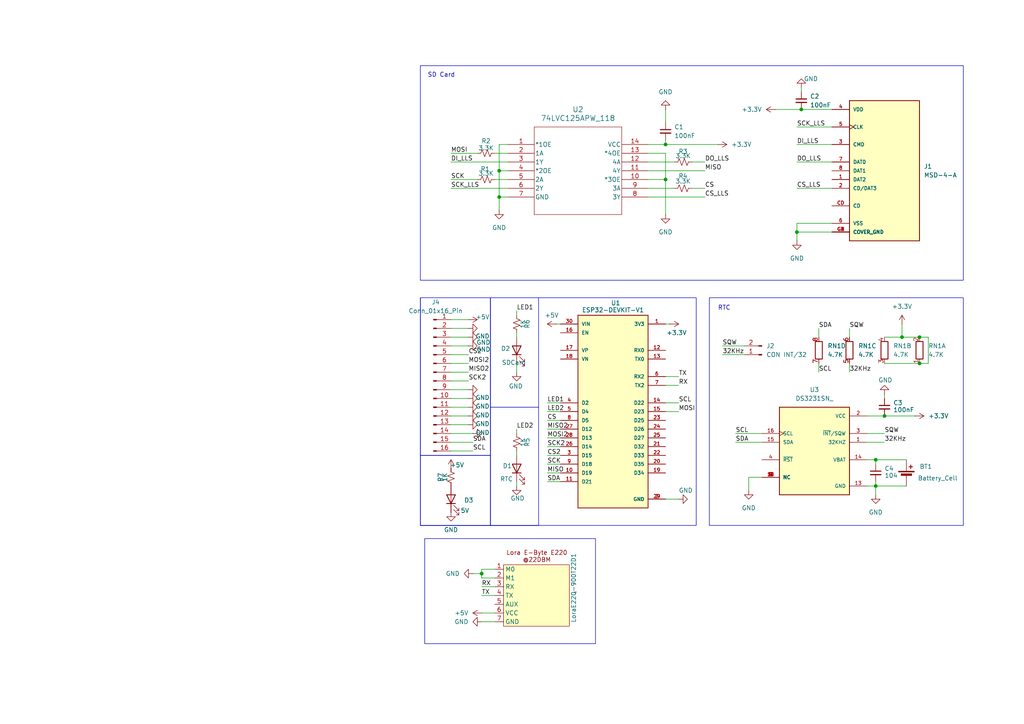
<source format=kicad_sch>
(kicad_sch (version 20250114) (generator "eeschema") (generator_version "9.0")
  (paper "A4")
  (lib_symbols
    (symbol "74LVC125APW,118:74LVC125APW_118" (pin_names (offset 0.254))
      (property "Reference" "U" (at 20.32 10.16 0))
      (property "Value" "74LVC125APW_118" (at 20.32 7.62 0))
      (symbol "74LVC125APW_118_0_1"
        (polyline (pts (xy 7.62 5.08) (xy 7.62 -20.32)) (stroke (width 0.127)))
        (polyline (pts (xy 7.62 -20.32) (xy 33.02 -20.32)) (stroke (width 0.127)))
        (polyline (pts (xy 33.02 5.08) (xy 7.62 5.08)) (stroke (width 0.127)))
        (polyline (pts (xy 33.02 -20.32) (xy 33.02 5.08)) (stroke (width 0.127)))
        (pin input line (at 0 0 0) (length 7.62) (name "*1OE") (number "1"))
        (pin input line (at 0 -2.54 0) (length 7.62) (name "1A") (number "2"))
        (pin output line (at 0 -5.08 0) (length 7.62) (name "1Y") (number "3"))
        (pin input line (at 0 -7.62 0) (length 7.62) (name "*2OE") (number "4"))
        (pin input line (at 0 -10.16 0) (length 7.62) (name "2A") (number "5"))
        (pin output line (at 0 -12.7 0) (length 7.62) (name "2Y") (number "6"))
        (pin power_out line (at 0 -15.24 0) (length 7.62) (name "GND") (number "7"))
        (pin power_in line (at 40.64 0 180) (length 7.62) (name "VCC") (number "14"))
        (pin input line (at 40.64 -2.54 180) (length 7.62) (name "*4OE") (number "13"))
        (pin input line (at 40.64 -5.08 180) (length 7.62) (name "4A") (number "12"))
        (pin output line (at 40.64 -7.62 180) (length 7.62) (name "4Y") (number "11"))
        (pin input line (at 40.64 -10.16 180) (length 7.62) (name "*3OE") (number "10"))
        (pin input line (at 40.64 -12.7 180) (length 7.62) (name "3A") (number "9"))
        (pin output line (at 40.64 -15.24 180) (length 7.62) (name "3Y") (number "8"))
      )
    )
    (symbol "Connector:Conn_01x02_Pin" (pin_names (offset 1.016) (hide yes))
      (property "Reference" "J" (at 0 2.54 0))
      (property "Value" "Conn_01x02_Pin" (at 0 -5.08 0))
      (symbol "Conn_01x02_Pin_1_1"
        (rectangle (start 0.8636 0.127) (end 0 -0.127) (stroke (width 0.1524)) (fill (type outline)))
        (rectangle (start 0.8636 -2.413) (end 0 -2.667) (stroke (width 0.1524)) (fill (type outline)))
        (polyline (pts (xy 1.27 0) (xy 0.8636 0)) (stroke (width 0.1524)))
        (polyline (pts (xy 1.27 -2.54) (xy 0.8636 -2.54)) (stroke (width 0.1524)))
        (pin passive line (at 5.08 0 180) (length 3.81) (name "Pin_1") (number "1"))
        (pin passive line (at 5.08 -2.54 180) (length 3.81) (name "Pin_2") (number "2"))
      )
    )
    (symbol "Connector:Conn_01x16_Pin" (pin_names (offset 1.016) (hide yes))
      (property "Reference" "J" (at 0 20.32 0))
      (property "Value" "Conn_01x16_Pin" (at 0 -22.86 0))
      (symbol "Conn_01x16_Pin_1_1"
        (rectangle (start 0.8636 17.907) (end 0 17.653) (stroke (width 0.1524)) (fill (type outline)))
        (rectangle (start 0.8636 15.367) (end 0 15.113) (stroke (width 0.1524)) (fill (type outline)))
        (rectangle (start 0.8636 12.827) (end 0 12.573) (stroke (width 0.1524)) (fill (type outline)))
        (rectangle (start 0.8636 10.287) (end 0 10.033) (stroke (width 0.1524)) (fill (type outline)))
        (rectangle (start 0.8636 7.747) (end 0 7.493) (stroke (width 0.1524)) (fill (type outline)))
        (rectangle (start 0.8636 5.207) (end 0 4.953) (stroke (width 0.1524)) (fill (type outline)))
        (rectangle (start 0.8636 2.667) (end 0 2.413) (stroke (width 0.1524)) (fill (type outline)))
        (rectangle (start 0.8636 0.127) (end 0 -0.127) (stroke (width 0.1524)) (fill (type outline)))
        (rectangle (start 0.8636 -2.413) (end 0 -2.667) (stroke (width 0.1524)) (fill (type outline)))
        (rectangle (start 0.8636 -4.953) (end 0 -5.207) (stroke (width 0.1524)) (fill (type outline)))
        (rectangle (start 0.8636 -7.493) (end 0 -7.747) (stroke (width 0.1524)) (fill (type outline)))
        (rectangle (start 0.8636 -10.033) (end 0 -10.287) (stroke (width 0.1524)) (fill (type outline)))
        (rectangle (start 0.8636 -12.573) (end 0 -12.827) (stroke (width 0.1524)) (fill (type outline)))
        (rectangle (start 0.8636 -15.113) (end 0 -15.367) (stroke (width 0.1524)) (fill (type outline)))
        (rectangle (start 0.8636 -17.653) (end 0 -17.907) (stroke (width 0.1524)) (fill (type outline)))
        (rectangle (start 0.8636 -20.193) (end 0 -20.447) (stroke (width 0.1524)) (fill (type outline)))
        (polyline (pts (xy 1.27 17.78) (xy 0.8636 17.78)) (stroke (width 0.1524)))
        (polyline (pts (xy 1.27 15.24) (xy 0.8636 15.24)) (stroke (width 0.1524)))
        (polyline (pts (xy 1.27 12.7) (xy 0.8636 12.7)) (stroke (width 0.1524)))
        (polyline (pts (xy 1.27 10.16) (xy 0.8636 10.16)) (stroke (width 0.1524)))
        (polyline (pts (xy 1.27 7.62) (xy 0.8636 7.62)) (stroke (width 0.1524)))
        (polyline (pts (xy 1.27 5.08) (xy 0.8636 5.08)) (stroke (width 0.1524)))
        (polyline (pts (xy 1.27 2.54) (xy 0.8636 2.54)) (stroke (width 0.1524)))
        (polyline (pts (xy 1.27 0) (xy 0.8636 0)) (stroke (width 0.1524)))
        (polyline (pts (xy 1.27 -2.54) (xy 0.8636 -2.54)) (stroke (width 0.1524)))
        (polyline (pts (xy 1.27 -5.08) (xy 0.8636 -5.08)) (stroke (width 0.1524)))
        (polyline (pts (xy 1.27 -7.62) (xy 0.8636 -7.62)) (stroke (width 0.1524)))
        (polyline (pts (xy 1.27 -10.16) (xy 0.8636 -10.16)) (stroke (width 0.1524)))
        (polyline (pts (xy 1.27 -12.7) (xy 0.8636 -12.7)) (stroke (width 0.1524)))
        (polyline (pts (xy 1.27 -15.24) (xy 0.8636 -15.24)) (stroke (width 0.1524)))
        (polyline (pts (xy 1.27 -17.78) (xy 0.8636 -17.78)) (stroke (width 0.1524)))
        (polyline (pts (xy 1.27 -20.32) (xy 0.8636 -20.32)) (stroke (width 0.1524)))
        (pin passive line (at 5.08 17.78 180) (length 3.81) (name "Pin_1") (number "1"))
        (pin passive line (at 5.08 15.24 180) (length 3.81) (name "Pin_2") (number "2"))
        (pin passive line (at 5.08 12.7 180) (length 3.81) (name "Pin_3") (number "3"))
        (pin passive line (at 5.08 10.16 180) (length 3.81) (name "Pin_4") (number "4"))
        (pin passive line (at 5.08 7.62 180) (length 3.81) (name "Pin_5") (number "5"))
        (pin passive line (at 5.08 5.08 180) (length 3.81) (name "Pin_6") (number "6"))
        (pin passive line (at 5.08 2.54 180) (length 3.81) (name "Pin_7") (number "7"))
        (pin passive line (at 5.08 0 180) (length 3.81) (name "Pin_8") (number "8"))
        (pin passive line (at 5.08 -2.54 180) (length 3.81) (name "Pin_9") (number "9"))
        (pin passive line (at 5.08 -5.08 180) (length 3.81) (name "Pin_10") (number "10"))
        (pin passive line (at 5.08 -7.62 180) (length 3.81) (name "Pin_11") (number "11"))
        (pin passive line (at 5.08 -10.16 180) (length 3.81) (name "Pin_12") (number "12"))
        (pin passive line (at 5.08 -12.7 180) (length 3.81) (name "Pin_13") (number "13"))
        (pin passive line (at 5.08 -15.24 180) (length 3.81) (name "Pin_14") (number "14"))
        (pin passive line (at 5.08 -17.78 180) (length 3.81) (name "Pin_15") (number "15"))
        (pin passive line (at 5.08 -20.32 180) (length 3.81) (name "Pin_16") (number "16"))
      )
    )
    (symbol "DS3231SN_:DS3231SN_" (pin_names (offset 1.016))
      (property "Reference" "U" (at -9.9423 13.7569 0))
      (property "Value" "DS3231SN_" (at -10.1746 -15.2582 0))
      (symbol "DS3231SN__0_0"
        (rectangle (start -10.16 -12.7) (end 10.16 12.7) (stroke (width 0.254)) (fill (type background)))
        (pin input clock (at -15.24 5.08 0) (length 5.08) (name "SCL") (number "16"))
        (pin bidirectional line (at -15.24 2.54 0) (length 5.08) (name "SDA") (number "15"))
        (pin bidirectional line (at -15.24 -2.54 0) (length 5.08) (name "~{RST}") (number "4"))
        (pin passive line (at -15.24 -7.62 0) (length 5.08) (name "NC") (number "10"))
        (pin passive line (at -15.24 -7.62 0) (length 5.08) (name "NC") (number "11"))
        (pin passive line (at -15.24 -7.62 0) (length 5.08) (name "NC") (number "12"))
        (pin passive line (at -15.24 -7.62 0) (length 5.08) (name "NC") (number "5"))
        (pin passive line (at -15.24 -7.62 0) (length 5.08) (name "NC") (number "6"))
        (pin passive line (at -15.24 -7.62 0) (length 5.08) (name "NC") (number "7"))
        (pin passive line (at -15.24 -7.62 0) (length 5.08) (name "NC") (number "8"))
        (pin passive line (at -15.24 -7.62 0) (length 5.08) (name "NC") (number "9"))
        (pin power_in line (at 15.24 10.16 180) (length 5.08) (name "VCC") (number "2"))
        (pin output line (at 15.24 5.08 180) (length 5.08) (name "~{INT}/SQW") (number "3"))
        (pin output line (at 15.24 2.54 180) (length 5.08) (name "32KHZ") (number "1"))
        (pin input line (at 15.24 -2.54 180) (length 5.08) (name "VBAT") (number "14"))
        (pin power_in line (at 15.24 -10.16 180) (length 5.08) (name "GND") (number "13"))
      )
    )
    (symbol "Device:Battery_Cell" (pin_numbers (hide yes)) (pin_names (offset 0) (hide yes))
      (property "Reference" "BT" (at 2.54 2.54 0))
      (property "Value" "Battery_Cell" (at 2.54 0 0))
      (symbol "Battery_Cell_0_1"
        (rectangle (start -2.286 1.778) (end 2.286 1.524) (fill (type outline)))
        (rectangle (start -1.524 1.016) (end 1.524 0.508) (fill (type outline)))
        (polyline (pts (xy 0 1.778) (xy 0 2.54)))
        (polyline (pts (xy 0 0.762) (xy 0 0)))
        (polyline (pts (xy 0.762 3.048) (xy 1.778 3.048)) (stroke (width 0.254)))
        (polyline (pts (xy 1.27 3.556) (xy 1.27 2.54)) (stroke (width 0.254)))
      )
      (symbol "Battery_Cell_1_1"
        (pin passive line (at 0 5.08 270) (length 2.54) (name "+") (number "1"))
        (pin passive line (at 0 -2.54 90) (length 2.54) (name "-") (number "2"))
      )
    )
    (symbol "Device:C_Small" (pin_numbers (hide yes)) (pin_names (offset 0.254) (hide yes))
      (property "Reference" "C" (at 0.254 1.778 0))
      (property "Value" "C_Small" (at 0.254 -2.032 0))
      (symbol "C_Small_0_1"
        (polyline (pts (xy -1.524 0.508) (xy 1.524 0.508)) (stroke (width 0.3048)))
        (polyline (pts (xy -1.524 -0.508) (xy 1.524 -0.508)) (stroke (width 0.3302)))
      )
      (symbol "C_Small_1_1"
        (pin passive line (at 0 2.54 270) (length 2.032) (name "~") (number "1"))
        (pin passive line (at 0 -2.54 90) (length 2.032) (name "~") (number "2"))
      )
    )
    (symbol "Device:LED" (pin_numbers (hide yes)) (pin_names (offset 1.016) (hide yes))
      (property "Reference" "D" (at 0 2.54 0))
      (property "Value" "LED" (at 0 -2.54 0))
      (symbol "LED_0_1"
        (polyline (pts (xy -3.048 -0.762) (xy -4.572 -2.286) (xy -3.81 -2.286) (xy -4.572 -2.286) (xy -4.572 -1.524)))
        (polyline (pts (xy -1.778 -0.762) (xy -3.302 -2.286) (xy -2.54 -2.286) (xy -3.302 -2.286) (xy -3.302 -1.524)))
        (polyline (pts (xy -1.27 0) (xy 1.27 0)))
        (polyline (pts (xy -1.27 -1.27) (xy -1.27 1.27)) (stroke (width 0.254)))
        (polyline (pts (xy 1.27 -1.27) (xy 1.27 1.27) (xy -1.27 0) (xy 1.27 -1.27)) (stroke (width 0.254)))
      )
      (symbol "LED_1_1"
        (pin passive line (at -3.81 0 0) (length 2.54) (name "K") (number "1"))
        (pin passive line (at 3.81 0 180) (length 2.54) (name "A") (number "2"))
      )
    )
    (symbol "Device:R_Pack04_SIP_Split" (pin_names (offset 0) (hide yes))
      (property "Reference" "RN" (at 2.032 0 90))
      (property "Value" "R_Pack04_SIP_Split" (at 0 0 90))
      (symbol "R_Pack04_SIP_Split_0_1"
        (rectangle (start 1.016 2.54) (end -1.016 -2.54) (stroke (width 0.254)))
      )
      (symbol "R_Pack04_SIP_Split_1_1"
        (pin passive line (at 0 3.81 270) (length 1.27) (name "R1.2") (number "2"))
        (pin passive line (at 0 -3.81 90) (length 1.27) (name "R1.1") (number "1"))
      )
      (symbol "R_Pack04_SIP_Split_2_1"
        (pin passive line (at 0 3.81 270) (length 1.27) (name "R2.2") (number "4"))
        (pin passive line (at 0 -3.81 90) (length 1.27) (name "R2.1") (number "3"))
      )
      (symbol "R_Pack04_SIP_Split_3_1"
        (pin passive line (at 0 3.81 270) (length 1.27) (name "R3.2") (number "6"))
        (pin passive line (at 0 -3.81 90) (length 1.27) (name "R3.1") (number "5"))
      )
      (symbol "R_Pack04_SIP_Split_4_1"
        (pin passive line (at 0 3.81 270) (length 1.27) (name "R4.2") (number "8"))
        (pin passive line (at 0 -3.81 90) (length 1.27) (name "R4.1") (number "7"))
      )
    )
    (symbol "Device:R_Small_US" (pin_numbers (hide yes)) (pin_names (offset 0.254) (hide yes))
      (property "Reference" "R" (at 0.762 0.508 0))
      (property "Value" "R_Small_US" (at 0.762 -1.016 0))
      (symbol "R_Small_US_1_1"
        (polyline (pts (xy 0 1.524) (xy 1.016 1.143) (xy 0 0.762) (xy -1.016 0.381) (xy 0 0)))
        (polyline (pts (xy 0 0) (xy 1.016 -0.381) (xy 0 -0.762) (xy -1.016 -1.143) (xy 0 -1.524)))
        (pin passive line (at 0 2.54 270) (length 1.016) (name "~") (number "1"))
        (pin passive line (at 0 -2.54 90) (length 1.016) (name "~") (number "2"))
      )
    )
    (symbol "ESP32-DEVKIT-V1:ESP32-DEVKIT-V1" (pin_names (offset 1.016))
      (property "Reference" "U" (at -10.16 30.48 0))
      (property "Value" "ESP32-DEVKIT-V1" (at -10.16 -30.48 0))
      (symbol "ESP32-DEVKIT-V1_0_0"
        (rectangle (start -10.16 -27.94) (end 10.16 27.94) (stroke (width 0.254)) (fill (type background)))
        (pin input line (at -15.24 25.4 0) (length 5.08) (name "VIN") (number "30"))
        (pin input line (at -15.24 22.86 0) (length 5.08) (name "EN") (number "16"))
        (pin bidirectional line (at -15.24 17.78 0) (length 5.08) (name "VP") (number "17"))
        (pin bidirectional line (at -15.24 15.24 0) (length 5.08) (name "VN") (number "18"))
        (pin bidirectional line (at -15.24 2.54 0) (length 5.08) (name "D2") (number "4"))
        (pin bidirectional line (at -15.24 0 0) (length 5.08) (name "D4") (number "5"))
        (pin bidirectional line (at -15.24 -2.54 0) (length 5.08) (name "D5") (number "8"))
        (pin bidirectional line (at -15.24 -5.08 0) (length 5.08) (name "D12") (number "27"))
        (pin bidirectional line (at -15.24 -7.62 0) (length 5.08) (name "D13") (number "28"))
        (pin bidirectional line (at -15.24 -10.16 0) (length 5.08) (name "D14") (number "26"))
        (pin bidirectional line (at -15.24 -12.7 0) (length 5.08) (name "D15") (number "3"))
        (pin bidirectional line (at -15.24 -15.24 0) (length 5.08) (name "D18") (number "9"))
        (pin bidirectional line (at -15.24 -17.78 0) (length 5.08) (name "D19") (number "10"))
        (pin bidirectional line (at -15.24 -20.32 0) (length 5.08) (name "D21") (number "11"))
        (pin output line (at 15.24 25.4 180) (length 5.08) (name "3V3") (number "1"))
        (pin input line (at 15.24 17.78 180) (length 5.08) (name "RX0") (number "12"))
        (pin output line (at 15.24 15.24 180) (length 5.08) (name "TX0") (number "13"))
        (pin input line (at 15.24 10.16 180) (length 5.08) (name "RX2") (number "6"))
        (pin output line (at 15.24 7.62 180) (length 5.08) (name "TX2") (number "7"))
        (pin bidirectional line (at 15.24 2.54 180) (length 5.08) (name "D22") (number "14"))
        (pin bidirectional line (at 15.24 0 180) (length 5.08) (name "D23") (number "15"))
        (pin bidirectional line (at 15.24 -2.54 180) (length 5.08) (name "D25") (number "23"))
        (pin bidirectional line (at 15.24 -5.08 180) (length 5.08) (name "D26") (number "24"))
        (pin bidirectional line (at 15.24 -7.62 180) (length 5.08) (name "D27") (number "25"))
        (pin bidirectional line (at 15.24 -10.16 180) (length 5.08) (name "D32") (number "21"))
        (pin bidirectional line (at 15.24 -12.7 180) (length 5.08) (name "D33") (number "22"))
        (pin bidirectional line (at 15.24 -15.24 180) (length 5.08) (name "D35") (number "20"))
        (pin bidirectional line (at 15.24 -17.78 180) (length 5.08) (name "D34") (number "19"))
        (pin power_in line (at 15.24 -25.4 180) (length 5.08) (name "GND") (number "2"))
        (pin power_in line (at 15.24 -25.4 180) (length 5.08) (name "GND") (number "29"))
      )
    )
    (symbol "Lora:Lora_E220"
      (property "Reference" "LoraE220-900T22D" (at 0.762 -7.874 0))
      (symbol "Lora_E220_1_1"
        (rectangle (start -8.89 11.43) (end 10.16 -6.35) (fill (type background)))
        (text "Lora E-Byte E220\n@22DBM" (at 0.762 13.97 0) (effects (font (size 1.27 1.27))))
        (pin input line (at -11.43 10.16 0) (length 2.54) (name "M0") (number "1"))
        (pin input line (at -11.43 7.62 0) (length 2.54) (name "M1") (number "2"))
        (pin output line (at -11.43 5.08 0) (length 2.54) (name "RX") (number "3"))
        (pin input line (at -11.43 2.54 0) (length 2.54) (name "TX") (number "4"))
        (pin input line (at -11.43 0 0) (length 2.54) (name "AUX") (number "5"))
        (pin power_in line (at -11.43 -2.54 0) (length 2.54) (name "VCC") (number "6"))
        (pin power_in line (at -11.43 -5.08 0) (length 2.54) (name "GND") (number "7"))
      )
    )
    (symbol "Micro SD Card Socket:MSD-4-A" (pin_names (offset 1.016))
      (property "Reference" "J" (at -10.16 21.082 0))
      (property "Value" "MSD-4-A" (at -10.16 -22.86 0))
      (symbol "MSD-4-A_0_0"
        (rectangle (start -10.16 -20.32) (end 10.16 20.32) (stroke (width 0.254)) (fill (type background)))
        (pin power_in line (at -15.24 17.78 0) (length 5.08) (name "VDD") (number "4"))
        (pin input clock (at -15.24 12.7 0) (length 5.08) (name "CLK") (number "5"))
        (pin bidirectional line (at -15.24 7.62 0) (length 5.08) (name "CMD") (number "3"))
        (pin bidirectional line (at -15.24 2.54 0) (length 5.08) (name "DAT0") (number "7"))
        (pin bidirectional line (at -15.24 0 0) (length 5.08) (name "DAT1") (number "8"))
        (pin bidirectional line (at -15.24 -2.54 0) (length 5.08) (name "DAT2") (number "1"))
        (pin bidirectional line (at -15.24 -5.08 0) (length 5.08) (name "CD/DAT3") (number "2"))
        (pin passive line (at -15.24 -10.16 0) (length 5.08) (name "CD") (number "CD"))
        (pin power_in line (at -15.24 -15.24 0) (length 5.08) (name "VSS") (number "6"))
        (pin power_in line (at -15.24 -17.78 0) (length 5.08) (name "COVER_GND") (number "G1"))
        (pin power_in line (at -15.24 -17.78 0) (length 5.08) (name "COVER_GND") (number "G2"))
        (pin power_in line (at -15.24 -17.78 0) (length 5.08) (name "COVER_GND") (number "G3"))
        (pin power_in line (at -15.24 -17.78 0) (length 5.08) (name "COVER_GND") (number "G4"))
      )
    )
    (symbol "power:+3.3V" (power) (pin_numbers (hide yes)) (pin_names (offset 0) (hide yes))
      (property "Value" "+3.3V" (at 0 3.556 0))
      (symbol "+3.3V_0_1"
        (polyline (pts (xy -0.762 1.27) (xy 0 2.54)))
        (polyline (pts (xy 0 2.54) (xy 0.762 1.27)))
        (polyline (pts (xy 0 0) (xy 0 2.54)))
      )
      (symbol "+3.3V_1_1"
        (pin power_in line (at 0 0 90) (length 0) (name "~") (number "1"))
      )
    )
    (symbol "power:+5V" (power) (pin_numbers (hide yes)) (pin_names (offset 0) (hide yes))
      (property "Value" "+5V" (at 0 3.556 0))
      (symbol "+5V_0_1"
        (polyline (pts (xy -0.762 1.27) (xy 0 2.54)))
        (polyline (pts (xy 0 2.54) (xy 0.762 1.27)))
        (polyline (pts (xy 0 0) (xy 0 2.54)))
      )
      (symbol "+5V_1_1"
        (pin power_in line (at 0 0 90) (length 0) (name "~") (number "1"))
      )
    )
    (symbol "power:GND" (power) (pin_numbers (hide yes)) (pin_names (offset 0) (hide yes))
      (property "Value" "GND" (at 0 -3.81 0))
      (symbol "GND_0_1"
        (polyline (pts (xy 0 0) (xy 0 -1.27) (xy 1.27 -1.27) (xy 0 -2.54) (xy -1.27 -1.27) (xy 0 -1.27)))
      )
      (symbol "GND_1_1"
        (pin power_in line (at 0 0 270) (length 0) (name "~") (number "1"))
      )
    )
  )
  (rectangle (start 142.24 118.11) (end 156.21 152.4))
  (rectangle (start 121.92 132.08) (end 142.24 152.4))
  (rectangle (start 123.19 156.21) (end 172.72 186.69))
  (rectangle (start 205.74 86.36) (end 279.4 152.4))
  (rectangle (start 121.92 86.36) (end 142.24 132.08))
  (rectangle (start 121.92 19.05) (end 279.4 81.28))
  (rectangle (start 142.24 86.36) (end 156.21 118.11))
  (rectangle (start 121.92 86.36) (end 201.93 152.4))
  (text "RTC" (at 210.058 89.408 0) (effects (font (size 1.27 1.27))))
  (text "SD Card" (at 128.016 21.844 0) (effects (font (size 1.27 1.27))))
  (junction (at 254 133.35))
  (junction (at 144.78 57.15))
  (junction (at 266.7 97.79))
  (junction (at 231.14 67.31))
  (junction (at 254 140.97))
  (junction (at 232.41 31.75))
  (junction (at 261.62 97.79))
  (junction (at 193.04 41.91))
  (junction (at 139.7 166.37))
  (junction (at 144.78 49.53))
  (junction (at 266.7 105.41))
  (junction (at 193.04 52.07))
  (junction (at 256.54 120.65))
  (wire (pts (xy 251.46 120.65) (xy 256.54 120.65)))
  (wire (pts (xy 137.16 166.37) (xy 139.7 166.37)))
  (wire (pts (xy 158.75 121.92) (xy 162.56 121.92)))
  (wire (pts (xy 158.75 124.46) (xy 162.56 124.46)))
  (wire (pts (xy 130.81 110.49) (xy 135.89 110.49)))
  (wire (pts (xy 254 140.97) (xy 262.89 140.97)))
  (wire (pts (xy 130.81 125.73) (xy 137.16 125.73)))
  (wire (pts (xy 139.7 177.8) (xy 143.51 177.8)))
  (wire (pts (xy 149.86 124.46) (xy 149.86 125.73)))
  (wire (pts (xy 193.04 44.45) (xy 193.04 52.07)))
  (wire (pts (xy 196.85 144.78) (xy 193.04 144.78)))
  (wire (pts (xy 130.81 44.45) (xy 138.43 44.45)))
  (wire (pts (xy 130.81 107.95) (xy 135.89 107.95)))
  (wire (pts (xy 144.78 41.91) (xy 144.78 49.53)))
  (wire (pts (xy 143.51 52.07) (xy 147.32 52.07)))
  (wire (pts (xy 158.75 132.08) (xy 162.56 132.08)))
  (wire (pts (xy 231.14 41.91) (xy 241.3 41.91)))
  (wire (pts (xy 266.7 97.79) (xy 269.24 97.79)))
  (wire (pts (xy 158.75 139.7) (xy 162.56 139.7)))
  (wire (pts (xy 144.78 57.15) (xy 144.78 60.96)))
  (wire (pts (xy 130.81 120.65) (xy 135.89 120.65)))
  (wire (pts (xy 130.81 102.87) (xy 135.89 102.87)))
  (wire (pts (xy 161.29 93.98) (xy 162.56 93.98)))
  (wire (pts (xy 193.04 116.84) (xy 196.85 116.84)))
  (wire (pts (xy 269.24 105.41) (xy 266.7 105.41)))
  (wire (pts (xy 187.96 49.53) (xy 204.47 49.53)))
  (wire (pts (xy 193.04 52.07) (xy 193.04 62.23)))
  (wire (pts (xy 158.75 134.62) (xy 162.56 134.62)))
  (wire (pts (xy 261.62 93.98) (xy 261.62 97.79)))
  (wire (pts (xy 187.96 52.07) (xy 193.04 52.07)))
  (wire (pts (xy 193.04 109.22) (xy 196.85 109.22)))
  (wire (pts (xy 130.81 130.81) (xy 137.16 130.81)))
  (wire (pts (xy 149.86 132.08) (xy 149.86 130.81)))
  (wire (pts (xy 246.38 105.41) (xy 246.38 107.95)))
  (wire (pts (xy 251.46 125.73) (xy 256.54 125.73)))
  (wire (pts (xy 139.7 170.18) (xy 143.51 170.18)))
  (wire (pts (xy 193.04 41.91) (xy 193.04 40.64)))
  (wire (pts (xy 209.55 100.33) (xy 215.9 100.33)))
  (wire (pts (xy 130.81 95.25) (xy 135.89 95.25)))
  (wire (pts (xy 144.78 57.15) (xy 147.32 57.15)))
  (wire (pts (xy 149.86 97.79) (xy 149.86 96.52)))
  (wire (pts (xy 246.38 95.25) (xy 246.38 97.79)))
  (wire (pts (xy 224.79 31.75) (xy 232.41 31.75)))
  (wire (pts (xy 130.81 115.57) (xy 135.89 115.57)))
  (wire (pts (xy 200.66 54.61) (xy 204.47 54.61)))
  (wire (pts (xy 130.81 118.11) (xy 135.89 118.11)))
  (wire (pts (xy 237.49 95.25) (xy 237.49 97.79)))
  (wire (pts (xy 193.04 31.75) (xy 193.04 35.56)))
  (wire (pts (xy 158.75 127) (xy 162.56 127)))
  (wire (pts (xy 254 143.51) (xy 254 140.97)))
  (wire (pts (xy 231.14 67.31) (xy 231.14 69.85)))
  (wire (pts (xy 143.51 44.45) (xy 147.32 44.45)))
  (wire (pts (xy 187.96 57.15) (xy 204.47 57.15)))
  (wire (pts (xy 209.55 102.87) (xy 215.9 102.87)))
  (wire (pts (xy 187.96 41.91) (xy 193.04 41.91)))
  (wire (pts (xy 231.14 67.31) (xy 241.3 67.31)))
  (wire (pts (xy 254 133.35) (xy 262.89 133.35)))
  (wire (pts (xy 147.32 41.91) (xy 144.78 41.91)))
  (wire (pts (xy 143.51 165.1) (xy 139.7 165.1)))
  (wire (pts (xy 144.78 49.53) (xy 144.78 57.15)))
  (wire (pts (xy 158.75 119.38) (xy 162.56 119.38)))
  (wire (pts (xy 254 139.7) (xy 254 140.97)))
  (wire (pts (xy 213.36 128.27) (xy 220.98 128.27)))
  (wire (pts (xy 193.04 119.38) (xy 196.85 119.38)))
  (wire (pts (xy 231.14 54.61) (xy 241.3 54.61)))
  (wire (pts (xy 261.62 97.79) (xy 266.7 97.79)))
  (wire (pts (xy 232.41 25.4) (xy 232.41 26.67)))
  (wire (pts (xy 256.54 97.79) (xy 261.62 97.79)))
  (wire (pts (xy 130.81 46.99) (xy 147.32 46.99)))
  (wire (pts (xy 130.81 123.19) (xy 135.89 123.19)))
  (wire (pts (xy 256.54 114.3) (xy 256.54 115.57)))
  (wire (pts (xy 256.54 105.41) (xy 266.7 105.41)))
  (wire (pts (xy 187.96 54.61) (xy 195.58 54.61)))
  (wire (pts (xy 256.54 120.65) (xy 265.43 120.65)))
  (wire (pts (xy 130.81 100.33) (xy 135.89 100.33)))
  (wire (pts (xy 149.86 140.97) (xy 149.86 139.7)))
  (wire (pts (xy 130.81 128.27) (xy 137.16 128.27)))
  (wire (pts (xy 200.66 46.99) (xy 204.47 46.99)))
  (wire (pts (xy 130.81 97.79) (xy 135.89 97.79)))
  (wire (pts (xy 251.46 140.97) (xy 254 140.97)))
  (wire (pts (xy 237.49 105.41) (xy 237.49 107.95)))
  (wire (pts (xy 144.78 49.53) (xy 147.32 49.53)))
  (wire (pts (xy 130.81 52.07) (xy 138.43 52.07)))
  (wire (pts (xy 130.81 113.03) (xy 135.89 113.03)))
  (wire (pts (xy 193.04 41.91) (xy 208.28 41.91)))
  (wire (pts (xy 193.04 111.76) (xy 196.85 111.76)))
  (wire (pts (xy 231.14 64.77) (xy 231.14 67.31)))
  (wire (pts (xy 187.96 44.45) (xy 193.04 44.45)))
  (wire (pts (xy 254 133.35) (xy 254 134.62)))
  (wire (pts (xy 231.14 36.83) (xy 241.3 36.83)))
  (wire (pts (xy 231.14 46.99) (xy 241.3 46.99)))
  (wire (pts (xy 251.46 133.35) (xy 254 133.35)))
  (wire (pts (xy 269.24 97.79) (xy 269.24 105.41)))
  (wire (pts (xy 241.3 64.77) (xy 231.14 64.77)))
  (wire (pts (xy 149.86 107.95) (xy 149.86 105.41)))
  (wire (pts (xy 149.86 90.17) (xy 149.86 91.44)))
  (wire (pts (xy 158.75 137.16) (xy 162.56 137.16)))
  (wire (pts (xy 158.75 129.54) (xy 162.56 129.54)))
  (wire (pts (xy 130.81 105.41) (xy 135.89 105.41)))
  (wire (pts (xy 139.7 172.72) (xy 143.51 172.72)))
  (wire (pts (xy 213.36 125.73) (xy 220.98 125.73)))
  (wire (pts (xy 217.17 138.43) (xy 217.17 142.24)))
  (wire (pts (xy 187.96 46.99) (xy 195.58 46.99)))
  (wire (pts (xy 139.7 167.64) (xy 143.51 167.64)))
  (wire (pts (xy 232.41 31.75) (xy 241.3 31.75)))
  (wire (pts (xy 139.7 165.1) (xy 139.7 166.37)))
  (wire (pts (xy 251.46 128.27) (xy 256.54 128.27)))
  (wire (pts (xy 130.81 54.61) (xy 147.32 54.61)))
  (wire (pts (xy 139.7 166.37) (xy 139.7 167.64)))
  (wire (pts (xy 193.04 93.98) (xy 194.31 93.98)))
  (wire (pts (xy 139.7 180.34) (xy 143.51 180.34)))
  (wire (pts (xy 130.81 92.71) (xy 135.89 92.71)))
  (wire (pts (xy 220.98 138.43) (xy 217.17 138.43)))
  (wire (pts (xy 158.75 116.84) (xy 162.56 116.84)))
  (label "DI_LLS" (at 130.81 46.99 0))
  (label "MOSI" (at 196.85 119.38 0))
  (label "TX" (at 196.85 109.22 0))
  (label "32KHz" (at 246.38 107.95 0))
  (label "CS2" (at 135.89 102.87 0))
  (label "LED1" (at 158.75 116.84 0))
  (label "SQW" (at 209.55 100.33 0))
  (label "SDA" (at 237.49 95.25 0))
  (label "SCL" (at 213.36 125.73 0))
  (label "SQW" (at 246.38 95.25 0))
  (label "SCK2" (at 158.75 129.54 0))
  (label "CS_LLS" (at 231.14 54.61 0))
  (label "DI_LLS" (at 231.14 41.91 0))
  (label "MOSI2" (at 135.89 105.41 0))
  (label "32KHz" (at 256.54 128.27 0))
  (label "LED2" (at 158.75 119.38 0))
  (label "SCK2" (at 135.89 110.49 0))
  (label "CS2" (at 158.75 132.08 0))
  (label "32KHz" (at 209.55 102.87 0))
  (label "MISO" (at 204.47 49.53 0))
  (label "MISO2" (at 135.89 107.95 0))
  (label "SDA" (at 158.75 139.7 0))
  (label "SCK_LLS" (at 231.14 36.83 0))
  (label "CS" (at 204.47 54.61 0))
  (label "SCK" (at 130.81 52.07 0))
  (label "MISO2" (at 158.75 124.46 0))
  (label "SCK_LLS" (at 130.81 54.61 0))
  (label "LED2" (at 149.86 124.46 0))
  (label "SDA" (at 213.36 128.27 0))
  (label "SCL" (at 137.16 130.81 0))
  (label "MOSI2" (at 158.75 127 0))
  (label "MISO" (at 158.75 137.16 0))
  (label "SCL" (at 196.85 116.84 0))
  (label "CS" (at 158.75 121.92 0))
  (label "LED1" (at 149.86 90.17 0))
  (label "CS_LLS" (at 204.47 57.15 0))
  (label "MOSI" (at 130.81 44.45 0))
  (label "SCK" (at 158.75 134.62 0))
  (label "DO_LLS" (at 204.47 46.99 0))
  (label "SCL" (at 237.49 107.95 0))
  (label "RX" (at 196.85 111.76 0))
  (label "DO_LLS" (at 231.14 46.99 0))
  (label "RX" (at 139.7 170.18 0))
  (label "SQW" (at 256.54 125.73 0))
  (label "TX" (at 139.7 172.72 0))
  (label "SDA" (at 137.16 128.27 0))
  (symbol (lib_id "Device:R_Small_US") (at 198.12 54.61 90) (unit 1)
    (property "Reference" "R4" (at 198.12 51.054 90))
    (property "Value" "3.3K" (at 198.12 52.578 90))
    (property "Footprint" "Resistor_SMD:R_0603_1608Metric_Pad0.98x0.95mm_HandSolder" (effects (hide yes)))
    (property "Description" "Resistor, small US symbol" (effects (hide yes)))
  )
  (symbol (lib_id "power:GND") (at 135.89 97.79 90) (unit 1)
    (property "Reference" "#PWR031" (effects (hide yes)))
    (property "Value" "GND" (at 138.176 99.314 90) (effects (justify right)))
    (property "Description" "Power symbol creates a global label with name \"GND\" , ground" (effects (hide yes)))
  )
  (symbol (lib_id "Device:R_Pack04_SIP_Split") (at 237.49 101.6 0) (unit 4)
    (property "Reference" "RN1" (at 240.03 100.3299 0) (effects (justify left)))
    (property "Value" "4.7K" (at 240.03 102.8699 0) (effects (justify left)))
    (property "Footprint" "Resistor_SMD:R_Array_Convex_4x0603" (effects (hide yes)))
    (property "Datasheet" "http://www.vishay.com/docs/31509/csc.pdf" (effects (hide yes)))
    (property "Description" "4 resistor network, parallel topology, SIP package, split" (effects (hide yes)))
  )
  (symbol (lib_id "power:GND") (at 135.89 113.03 90) (unit 1)
    (property "Reference" "#PWR029" (effects (hide yes)))
    (property "Value" "GND" (at 137.922 115.316 90) (effects (justify right)))
    (property "Description" "Power symbol creates a global label with name \"GND\" , ground" (effects (hide yes)))
  )
  (symbol (lib_id "Device:C_Small") (at 232.41 29.21 0) (unit 1)
    (property "Reference" "C2" (at 234.95 27.9462 0) (effects (justify left)))
    (property "Value" "100nF" (at 234.95 30.4862 0) (effects (justify left)))
    (property "Footprint" "Capacitor_SMD:C_0603_1608Metric_Pad1.08x0.95mm_HandSolder" (effects (hide yes)))
    (property "Description" "Unpolarized capacitor, small symbol" (effects (hide yes)))
  )
  (symbol (lib_id "power:+3.3V") (at 194.31 93.98 270) (unit 1)
    (property "Reference" "#PWR017" (effects (hide yes)))
    (property "Value" "+3.3V" (at 193.294 96.52 90) (effects (justify left)))
    (property "Description" "Power symbol creates a global label with name \"+3.3V\"" (effects (hide yes)))
  )
  (symbol (lib_id "Device:R_Small_US") (at 198.12 46.99 90) (unit 1)
    (property "Reference" "R3" (at 198.12 43.942 90))
    (property "Value" "3.3K" (at 198.12 45.212 90))
    (property "Footprint" "Resistor_SMD:R_0603_1608Metric_Pad0.98x0.95mm_HandSolder" (effects (hide yes)))
    (property "Description" "Resistor, small US symbol" (effects (hide yes)))
  )
  (symbol (lib_id "Connector:Conn_01x02_Pin") (at 220.98 102.87 180) (unit 1)
    (property "Reference" "J2" (at 222.25 100.3299 0) (effects (justify right)))
    (property "Value" "CON INT/32" (at 222.25 102.8699 0) (effects (justify right)))
    (property "Footprint" "Connector_PinHeader_2.54mm:PinHeader_1x02_P2.54mm_Vertical" (effects (hide yes)))
    (property "Description" "Generic connector, single row, 01x02, script generated" (effects (hide yes)))
  )
  (symbol (lib_id "Device:R_Pack04_SIP_Split") (at 246.38 101.6 0) (unit 3)
    (property "Reference" "RN1" (at 248.92 100.3299 0) (effects (justify left)))
    (property "Value" "4.7K" (at 248.92 102.8699 0) (effects (justify left)))
    (property "Footprint" "Resistor_SMD:R_Array_Convex_4x0603" (effects (hide yes)))
    (property "Datasheet" "http://www.vishay.com/docs/31509/csc.pdf" (effects (hide yes)))
    (property "Description" "4 resistor network, parallel topology, SIP package, split" (effects (hide yes)))
  )
  (symbol (lib_id "power:GND") (at 139.7 180.34 270) (unit 1)
    (property "Reference" "#PWR024" (effects (hide yes)))
    (property "Value" "GND" (at 135.89 180.3399 90) (effects (justify right)))
    (property "Description" "Power symbol creates a global label with name \"GND\" , ground" (effects (hide yes)))
  )
  (symbol (lib_id "power:GND") (at 254 143.51 0) (unit 1)
    (property "Reference" "#PWR010" (effects (hide yes)))
    (property "Value" "GND" (at 254 148.59 0))
    (property "Description" "Power symbol creates a global label with name \"GND\" , ground" (effects (hide yes)))
  )
  (symbol (lib_id "power:+3.3V") (at 224.79 31.75 90) (unit 1)
    (property "Reference" "#PWR05" (effects (hide yes)))
    (property "Value" "+3.3V" (at 220.98 31.7499 90) (effects (justify left)))
    (property "Description" "Power symbol creates a global label with name \"+3.3V\"" (effects (hide yes)))
  )
  (symbol (lib_id "Device:C_Small") (at 254 137.16 0) (unit 1)
    (property "Reference" "C4" (at 256.54 135.8962 0) (effects (justify left)))
    (property "Value" "104" (at 256.54 137.922 0) (effects (justify left)))
    (property "Footprint" "Capacitor_SMD:C_0603_1608Metric_Pad1.08x0.95mm_HandSolder" (effects (hide yes)))
    (property "Description" "Unpolarized capacitor, small symbol" (effects (hide yes)))
  )
  (symbol (lib_id "power:GND") (at 232.41 25.4 180) (unit 1)
    (property "Reference" "#PWR07" (effects (hide yes)))
    (property "Value" "GND" (at 235.204 22.86 0))
    (property "Description" "Power symbol creates a global label with name \"GND\" , ground" (effects (hide yes)))
  )
  (symbol (lib_id "power:GND") (at 256.54 114.3 180) (unit 1)
    (property "Reference" "#PWR012" (effects (hide yes)))
    (property "Value" "GND" (at 256.794 110.236 0))
    (property "Description" "Power symbol creates a global label with name \"GND\" , ground" (effects (hide yes)))
  )
  (symbol (lib_id "power:GND") (at 217.17 142.24 0) (unit 1)
    (property "Reference" "#PWR013" (effects (hide yes)))
    (property "Value" "GND" (at 217.17 147.32 0))
    (property "Description" "Power symbol creates a global label with name \"GND\" , ground" (effects (hide yes)))
  )
  (symbol (lib_id "74LVC125APW,118:74LVC125APW_118") (at 147.32 41.91 0) (unit 1)
    (property "Reference" "U2" (at 167.64 31.75 0) (effects (font (size 1.524 1.524))))
    (property "Value" "74LVC125APW_118" (at 167.64 34.29 0) (effects (font (size 1.524 1.524))))
    (property "Footprint" "74LVC125APW,118:TSSOP14_SOT402-1_NEX" (effects (hide yes)))
    (property "Datasheet" "74LVC125APW_118" (effects (hide yes)))
  )
  (symbol (lib_id "power:GND") (at 149.86 107.95 0) (unit 1)
    (property "Reference" "#PWR014" (effects (hide yes)))
    (property "Value" "GND" (at 149.606 112.014 0))
    (property "Description" "Power symbol creates a global label with name \"GND\" , ground" (effects (hide yes)))
  )
  (symbol (lib_id "Device:R_Small_US") (at 149.86 93.98 0) (unit 1)
    (property "Reference" "R6" (at 152.908 93.98 90))
    (property "Value" "1K" (at 151.638 93.98 90))
    (property "Footprint" "Resistor_SMD:R_0603_1608Metric_Pad0.98x0.95mm_HandSolder" (effects (hide yes)))
    (property "Description" "Resistor, small US symbol" (effects (hide yes)))
  )
  (symbol (lib_id "power:GND") (at 135.89 123.19 90) (unit 1)
    (property "Reference" "#PWR026" (effects (hide yes)))
    (property "Value" "GND" (at 137.922 125.476 90) (effects (justify right)))
    (property "Description" "Power symbol creates a global label with name \"GND\" , ground" (effects (hide yes)))
  )
  (symbol (lib_id "power:GND") (at 137.16 125.73 90) (unit 1)
    (property "Reference" "#PWR027" (effects (hide yes)))
    (property "Value" "GND" (effects (hide yes)))
    (property "Description" "Power symbol creates a global label with name \"GND\" , ground" (effects (hide yes)))
  )
  (symbol (lib_id "Device:C_Small") (at 256.54 118.11 0) (unit 1)
    (property "Reference" "C3" (at 259.08 116.8462 0) (effects (justify left)))
    (property "Value" "100nF" (at 259.08 118.872 0) (effects (justify left)))
    (property "Footprint" "Capacitor_SMD:C_0603_1608Metric_Pad1.08x0.95mm_HandSolder" (effects (hide yes)))
    (property "Description" "Unpolarized capacitor, small symbol" (effects (hide yes)))
  )
  (symbol (lib_id "Device:R_Pack04_SIP_Split") (at 266.7 101.6 0) (unit 1)
    (property "Reference" "RN1" (at 269.24 100.3299 0) (effects (justify left)))
    (property "Value" "4.7K" (at 269.24 102.8699 0) (effects (justify left)))
    (property "Footprint" "Resistor_SMD:R_Array_Convex_4x0603" (effects (hide yes)))
    (property "Datasheet" "http://www.vishay.com/docs/31509/csc.pdf" (effects (hide yes)))
    (property "Description" "4 resistor network, parallel topology, SIP package, split" (effects (hide yes)))
  )
  (symbol (lib_id "Device:LED") (at 149.86 135.89 90) (unit 1)
    (property "Reference" "D1" (at 145.796 135.128 90) (effects (justify right)))
    (property "Value" "RTC" (at 145.034 138.938 90) (effects (justify right)))
    (property "Footprint" "LED_SMD:LED_0603_1608Metric_Pad1.05x0.95mm_HandSolder" (effects (hide yes)))
    (property "Description" "Light emitting diode" (effects (hide yes)))
    (property "Sim.Pins" "1=K 2=A" (effects (hide yes)))
  )
  (symbol (lib_id "power:+5V") (at 135.89 92.71 270) (unit 1)
    (property "Reference" "#PWR025" (effects (hide yes)))
    (property "Value" "+5V" (at 137.922 91.948 90) (effects (justify left)))
    (property "Description" "Power symbol creates a global label with name \"+5V\"" (effects (hide yes)))
  )
  (symbol (lib_id "power:GND") (at 135.89 120.65 90) (unit 1)
    (property "Reference" "#PWR019" (effects (hide yes)))
    (property "Value" "GND" (at 137.922 122.936 90) (effects (justify right)))
    (property "Description" "Power symbol creates a global label with name \"GND\" , ground" (effects (hide yes)))
  )
  (symbol (lib_id "Connector:Conn_01x16_Pin") (at 125.73 110.49 0) (unit 1)
    (property "Reference" "J4" (at 126.365 87.63 0))
    (property "Value" "Conn_01x16_Pin" (at 126.365 90.17 0))
    (property "Footprint" "Connector_PinHeader_2.54mm:PinHeader_1x16_P2.54mm_Vertical" (effects (hide yes)))
    (property "Description" "Generic connector, single row, 01x16, script generated" (effects (hide yes)))
  )
  (symbol (lib_id "power:+5V") (at 139.7 177.8 90) (unit 1)
    (property "Reference" "#PWR023" (effects (hide yes)))
    (property "Value" "+5V" (at 135.89 177.7999 90) (effects (justify left)))
    (property "Description" "Power symbol creates a global label with name \"+5V\"" (effects (hide yes)))
  )
  (symbol (lib_id "Device:R_Pack04_SIP_Split") (at 256.54 101.6 0) (unit 2)
    (property "Reference" "RN1" (at 259.08 100.3299 0) (effects (justify left)))
    (property "Value" "4.7K" (at 259.08 102.8699 0) (effects (justify left)))
    (property "Footprint" "Resistor_SMD:R_Array_Convex_4x0603" (effects (hide yes)))
    (property "Datasheet" "http://www.vishay.com/docs/31509/csc.pdf" (effects (hide yes)))
    (property "Description" "4 resistor network, parallel topology, SIP package, split" (effects (hide yes)))
  )
  (symbol (lib_id "power:GND") (at 193.04 62.23 0) (unit 1)
    (property "Reference" "#PWR04" (effects (hide yes)))
    (property "Value" "GND" (at 193.04 67.31 0))
    (property "Description" "Power symbol creates a global label with name \"GND\" , ground" (effects (hide yes)))
  )
  (symbol (lib_id "Device:LED") (at 130.81 144.78 90) (unit 1)
    (property "Reference" "D3" (at 134.62 145.0974 90) (effects (justify right)))
    (property "Value" "5V" (at 133.604 148.082 90) (effects (justify right)))
    (property "Footprint" "LED_SMD:LED_0603_1608Metric_Pad1.05x0.95mm_HandSolder" (effects (hide yes)))
    (property "Description" "Light emitting diode" (effects (hide yes)))
    (property "Sim.Pins" "1=K 2=A" (effects (hide yes)))
  )
  (symbol (lib_id "power:GND") (at 135.89 100.33 90) (unit 1)
    (property "Reference" "#PWR030" (effects (hide yes)))
    (property "Value" "GND" (at 138.176 101.346 90) (effects (justify right)))
    (property "Description" "Power symbol creates a global label with name \"GND\" , ground" (effects (hide yes)))
  )
  (symbol (lib_id "power:GND") (at 135.89 95.25 90) (unit 1)
    (property "Reference" "#PWR033" (effects (hide yes)))
    (property "Value" "GND" (at 137.922 97.536 90) (effects (justify right)))
    (property "Description" "Power symbol creates a global label with name \"GND\" , ground" (effects (hide yes)))
  )
  (symbol (lib_id "Micro SD Card Socket:MSD-4-A") (at 256.54 49.53 0) (unit 1)
    (property "Reference" "J1" (at 267.97 48.2599 0) (effects (justify left)))
    (property "Value" "MSD-4-A" (at 267.97 50.7999 0) (effects (justify left)))
    (property "Footprint" "SDCard Socket:CUI_MSD-4-A" (effects (hide yes)))
    (property "MF" "Same Sky" (effects (hide yes)))
    (property "MAXIMUM_PACKAGE_HEIGHT" "2.00mm" (effects (hide yes)))
    (property "Package" "None" (effects (hide yes)))
    (property "Price" "None" (effects (hide yes)))
    (property "Check_prices" "https://www.snapeda.com/parts/MSD-4-A/Same+Sky/view-part/?ref=eda" (effects (hide yes)))
    (property "STANDARD" "Manufacturer Recommendations" (effects (hide yes)))
    (property "PARTREV" "1.0" (effects (hide yes)))
    (property "SnapEDA_Link" "https://www.snapeda.com/parts/MSD-4-A/Same+Sky/view-part/?ref=snap" (effects (hide yes)))
    (property "MP" "MSD-4-A" (effects (hide yes)))
    (property "Description_1" "Micro SD Card Connector, 9 Positions, Connector and Ejector, Push In, Auto Eject Out, Surface Mount, 1.8 mm Height Above Board, Gold Flash" (effects (hide yes)))
    (property "Availability" "In Stock" (effects (hide yes)))
    (property "MANUFACTURER" "CUI Devices" (effects (hide yes)))
  )
  (symbol (lib_id "power:GND") (at 135.89 118.11 90) (unit 1)
    (property "Reference" "#PWR018" (effects (hide yes)))
    (property "Value" "GND" (at 137.922 120.396 90) (effects (justify right)))
    (property "Description" "Power symbol creates a global label with name \"GND\" , ground" (effects (hide yes)))
  )
  (symbol (lib_id "Device:C_Small") (at 193.04 38.1 0) (unit 1)
    (property "Reference" "C1" (at 195.58 36.8362 0) (effects (justify left)))
    (property "Value" "100nF" (at 195.58 39.3762 0) (effects (justify left)))
    (property "Footprint" "Capacitor_SMD:C_0603_1608Metric_Pad1.08x0.95mm_HandSolder" (effects (hide yes)))
    (property "Description" "Unpolarized capacitor, small symbol" (effects (hide yes)))
  )
  (symbol (lib_id "Device:R_Small_US") (at 130.81 138.43 180) (unit 1)
    (property "Reference" "R7" (at 127.762 138.43 90))
    (property "Value" "1K" (at 129.032 138.43 90))
    (property "Footprint" "Resistor_SMD:R_0603_1608Metric_Pad0.98x0.95mm_HandSolder" (effects (hide yes)))
    (property "Description" "Resistor, small US symbol" (effects (hide yes)))
  )
  (symbol (lib_id "power:+3.3V") (at 261.62 93.98 0) (unit 1)
    (property "Reference" "#PWR022" (effects (hide yes)))
    (property "Value" "+3.3V" (at 261.62 88.9 0))
    (property "Description" "Power symbol creates a global label with name \"+3.3V\"" (effects (hide yes)))
  )
  (symbol (lib_id "power:GND") (at 196.85 144.78 90) (unit 1)
    (property "Reference" "#PWR016" (effects (hide yes)))
    (property "Value" "GND" (at 196.85 142.24 90) (effects (justify right)))
    (property "Description" "Power symbol creates a global label with name \"GND\" , ground" (effects (hide yes)))
  )
  (symbol (lib_id "power:GND") (at 144.78 60.96 0) (unit 1)
    (property "Reference" "#PWR03" (effects (hide yes)))
    (property "Value" "GND" (at 144.78 66.04 0))
    (property "Description" "Power symbol creates a global label with name \"GND\" , ground" (effects (hide yes)))
  )
  (symbol (lib_id "ESP32-DEVKIT-V1:ESP32-DEVKIT-V1") (at 177.8 119.38 0) (unit 1)
    (property "Reference" "U1" (at 178.562 87.884 0))
    (property "Value" "ESP32-DEVKIT-V1" (at 177.8 89.916 0))
    (property "Footprint" "ESP32:MODULE_ESP32_DEVKIT_V1" (effects (hide yes)))
    (property "MF" "Do it" (effects (hide yes)))
    (property "MAXIMUM_PACKAGE_HEIGHT" "6.8 mm" (effects (hide yes)))
    (property "Package" "None" (effects (hide yes)))
    (property "Price" "None" (effects (hide yes)))
    (property "Check_prices" "https://www.snapeda.com/parts/ESP32-DEVKIT-V1/Do+it/view-part/?ref=eda" (effects (hide yes)))
    (property "STANDARD" "Manufacturer Recommendations" (effects (hide yes)))
    (property "PARTREV" "N/A" (effects (hide yes)))
    (property "SnapEDA_Link" "https://www.snapeda.com/parts/ESP32-DEVKIT-V1/Do+it/view-part/?ref=snap" (effects (hide yes)))
    (property "MP" "ESP32-DEVKIT-V1" (effects (hide yes)))
    (property "Description_1" "Dual core, Wi-Fi: 2.4 GHz up to 150 Mbits/s,BLE (Bluetooth Low Energy) and legacy Bluetooth, 32 bits, Up to 240 MHz" (effects (hide yes)))
    (property "Availability" "Not in stock" (effects (hide yes)))
    (property "MANUFACTURER" "DOIT" (effects (hide yes)))
  )
  (symbol (lib_id "power:+5V") (at 161.29 93.98 90) (unit 1)
    (property "Reference" "#PWR015" (effects (hide yes)))
    (property "Value" "+5V" (at 160.02 91.44 90))
    (property "Description" "Power symbol creates a global label with name \"+5V\"" (effects (hide yes)))
  )
  (symbol (lib_id "Device:R_Small_US") (at 140.97 52.07 90) (unit 1)
    (property "Reference" "R1" (at 140.716 49.022 90))
    (property "Value" "3.3K" (at 140.97 50.292 90))
    (property "Footprint" "Resistor_SMD:R_0603_1608Metric_Pad0.98x0.95mm_HandSolder" (effects (hide yes)))
    (property "Description" "Resistor, small US symbol" (effects (hide yes)))
  )
  (symbol (lib_id "power:GND") (at 231.14 69.85 0) (unit 1)
    (property "Reference" "#PWR06" (effects (hide yes)))
    (property "Value" "GND" (at 231.14 74.93 0))
    (property "Description" "Power symbol creates a global label with name \"GND\" , ground" (effects (hide yes)))
  )
  (symbol (lib_id "DS3231SN_:DS3231SN_") (at 236.22 130.81 0) (unit 1)
    (property "Reference" "U3" (at 236.22 113.03 0))
    (property "Value" "DS3231SN_" (at 236.22 115.57 0))
    (property "Footprint" "DS3231SN#:SOIC127P1032X265-16N" (effects (hide yes)))
    (property "MF" "Analog Devices" (effects (hide yes)))
    (property "MAXIMUM_PACKAGE_HEIGHT" "2.65 mm" (effects (hide yes)))
    (property "Package" "SOIC-16 Maxim" (effects (hide yes)))
    (property "Price" "None" (effects (hide yes)))
    (property "Check_prices" "https://www.snapeda.com/parts/DS3231SN%23/Analog+Devices/view-part/?ref=eda" (effects (hide yes)))
    (property "STANDARD" "IPC 7351B" (effects (hide yes)))
    (property "PARTREV" "10" (effects (hide yes)))
    (property "SnapEDA_Link" "https://www.snapeda.com/parts/DS3231SN%23/Analog+Devices/view-part/?ref=snap" (effects (hide yes)))
    (property "MP" "DS3231SN#" (effects (hide yes)))
    (property "Description_1" "Extremely Accurate I²C-Integrated RTC/TCXO/Crystal" (effects (hide yes)))
    (property "MANUFACTURER" "Maxim Integrated" (effects (hide yes)))
    (property "Availability" "In Stock" (effects (hide yes)))
    (property "SNAPEDA_PN" "DS3231SN#" (effects (hide yes)))
  )
  (symbol (lib_id "Device:Battery_Cell") (at 262.89 138.43 0) (unit 1)
    (property "Reference" "BT1" (at 266.7 135.3184 0) (effects (justify left)))
    (property "Value" "Battery_Cell" (at 266.192 138.684 0) (effects (justify left)))
    (property "Footprint" "Battery:BatteryHolder_MYOUNG_BS-07-A1BJ001_CR2032" (effects (hide yes)))
    (property "Description" "Single-cell battery" (effects (hide yes)))
  )
  (symbol (lib_id "Device:LED") (at 149.86 101.6 90) (unit 1)
    (property "Reference" "D2" (at 145.288 101.092 90) (effects (justify right)))
    (property "Value" "SDCard" (at 145.542 105.156 90) (effects (justify right)))
    (property "Footprint" "LED_SMD:LED_0603_1608Metric_Pad1.05x0.95mm_HandSolder" (effects (hide yes)))
    (property "Description" "Light emitting diode" (effects (hide yes)))
    (property "Sim.Pins" "1=K 2=A" (effects (hide yes)))
  )
  (symbol (lib_id "power:GND") (at 149.86 140.97 0) (unit 1)
    (property "Reference" "#PWR08" (effects (hide yes)))
    (property "Value" "GND" (at 150.114 144.526 0))
    (property "Description" "Power symbol creates a global label with name \"GND\" , ground" (effects (hide yes)))
  )
  (symbol (lib_id "Device:R_Small_US") (at 140.97 44.45 90) (unit 1)
    (property "Reference" "R2" (at 140.97 40.894 90))
    (property "Value" "3.3K" (at 140.97 42.926 90))
    (property "Footprint" "Resistor_SMD:R_0603_1608Metric_Pad0.98x0.95mm_HandSolder" (effects (hide yes)))
    (property "Description" "Resistor, small US symbol" (effects (hide yes)))
  )
  (symbol (lib_id "power:+3.3V") (at 265.43 120.65 270) (unit 1)
    (property "Reference" "#PWR09" (effects (hide yes)))
    (property "Value" "+3.3V" (at 269.24 120.6499 90) (effects (justify left)))
    (property "Description" "Power symbol creates a global label with name \"+3.3V\"" (effects (hide yes)))
  )
  (symbol (lib_id "power:GND") (at 193.04 31.75 180) (unit 1)
    (property "Reference" "#PWR01" (effects (hide yes)))
    (property "Value" "GND" (at 193.04 26.67 0))
    (property "Description" "Power symbol creates a global label with name \"GND\" , ground" (effects (hide yes)))
  )
  (symbol (lib_id "power:GND") (at 137.16 166.37 270) (unit 1)
    (property "Reference" "#PWR011" (effects (hide yes)))
    (property "Value" "GND" (at 133.35 166.3699 90) (effects (justify right)))
    (property "Description" "Power symbol creates a global label with name \"GND\" , ground" (effects (hide yes)))
  )
  (symbol (lib_id "Lora:Lora_E220") (at 154.94 175.26 0) (unit 1)
    (property "Reference" "LoraE220-900T22D1" (at 166.37 180.594 90) (effects (justify left)))
    (property "Value" "~" (at 166.37 171.698 0) (effects (justify left)))
    (property "Footprint" "Lora E220-900T22D:Lora E220-900T22D" (effects (hide yes)))
  )
  (symbol (lib_id "power:GND") (at 130.81 148.59 0) (unit 1)
    (property "Reference" "#PWR021" (effects (hide yes)))
    (property "Value" "GND" (at 130.81 153.67 0))
    (property "Description" "Power symbol creates a global label with name \"GND\" , ground" (effects (hide yes)))
  )
  (symbol (lib_id "Device:R_Small_US") (at 149.86 128.27 0) (unit 1)
    (property "Reference" "R5" (at 152.908 128.27 90))
    (property "Value" "1K" (at 151.638 128.27 90))
    (property "Footprint" "Resistor_SMD:R_0603_1608Metric_Pad0.98x0.95mm_HandSolder" (effects (hide yes)))
    (property "Description" "Resistor, small US symbol" (effects (hide yes)))
  )
  (symbol (lib_id "power:+5V") (at 130.81 135.89 0) (unit 1)
    (property "Reference" "#PWR020" (effects (hide yes)))
    (property "Value" "+5V" (at 132.588 134.874 0))
    (property "Description" "Power symbol creates a global label with name \"+5V\"" (effects (hide yes)))
  )
  (symbol (lib_id "power:+3.3V") (at 208.28 41.91 270) (unit 1)
    (property "Reference" "#PWR02" (effects (hide yes)))
    (property "Value" "+3.3V" (at 212.09 41.9099 90) (effects (justify left)))
    (property "Description" "Power symbol creates a global label with name \"+3.3V\"" (effects (hide yes)))
  )
  (symbol (lib_id "power:GND") (at 135.89 115.57 90) (unit 1)
    (property "Reference" "#PWR034" (effects (hide yes)))
    (property "Value" "GND" (at 137.922 117.856 90) (effects (justify right)))
    (property "Description" "Power symbol creates a global label with name \"GND\" , ground" (effects (hide yes)))
  )
)
</source>
